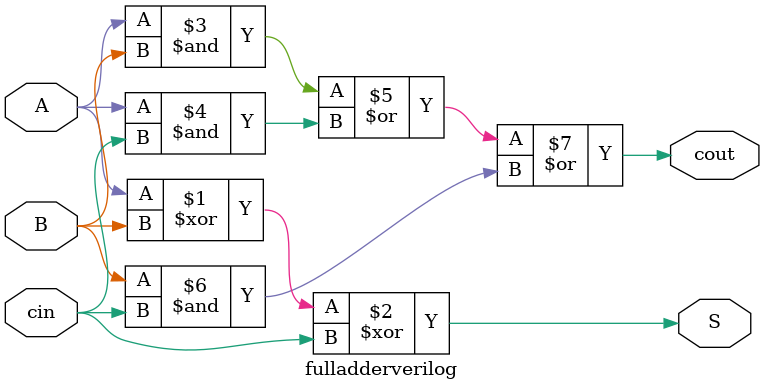
<source format=v>
module fulladderverilog (
    input A,
    input B,
    input cin,
    output S,
    output cout
);

assign S = A ^ B ^ cin;
assign cout = (A & B) | (A & cin) | (B & cin);

endmodule




</source>
